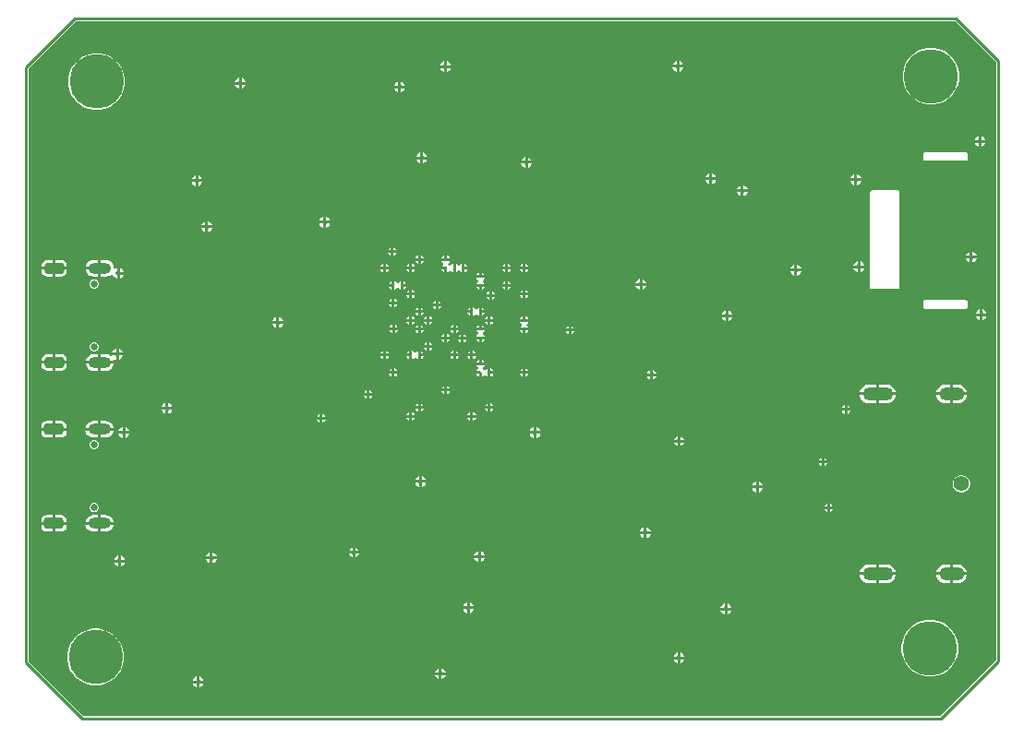
<source format=gbr>
%TF.GenerationSoftware,Altium Limited,Altium Designer,23.4.1 (23)*%
G04 Layer_Physical_Order=4*
G04 Layer_Color=16711680*
%FSLAX45Y45*%
%MOMM*%
%TF.SameCoordinates,C80D94D6-ACD9-4930-820E-424AA932BAC3*%
%TF.FilePolarity,Positive*%
%TF.FileFunction,Copper,L4,Bot,Signal*%
%TF.Part,Single*%
G01*
G75*
%TA.AperFunction,ComponentPad*%
%ADD48C,0.65000*%
%ADD49O,2.10000X1.00000*%
G04:AMPARAMS|DCode=50|XSize=1.8mm|YSize=1mm|CornerRadius=0.25mm|HoleSize=0mm|Usage=FLASHONLY|Rotation=0.000|XOffset=0mm|YOffset=0mm|HoleType=Round|Shape=RoundedRectangle|*
%AMROUNDEDRECTD50*
21,1,1.80000,0.50000,0,0,0.0*
21,1,1.30000,1.00000,0,0,0.0*
1,1,0.50000,0.65000,-0.25000*
1,1,0.50000,-0.65000,-0.25000*
1,1,0.50000,-0.65000,0.25000*
1,1,0.50000,0.65000,0.25000*
%
%ADD50ROUNDEDRECTD50*%
G04:AMPARAMS|DCode=51|XSize=1.2mm|YSize=2.8mm|CornerRadius=0.6mm|HoleSize=0mm|Usage=FLASHONLY|Rotation=90.000|XOffset=0mm|YOffset=0mm|HoleType=Round|Shape=RoundedRectangle|*
%AMROUNDEDRECTD51*
21,1,1.20000,1.60000,0,0,90.0*
21,1,0.00000,2.80000,0,0,90.0*
1,1,1.20000,0.80000,0.00000*
1,1,1.20000,0.80000,0.00000*
1,1,1.20000,-0.80000,0.00000*
1,1,1.20000,-0.80000,0.00000*
%
%ADD51ROUNDEDRECTD51*%
G04:AMPARAMS|DCode=52|XSize=1.2mm|YSize=2.3mm|CornerRadius=0.6mm|HoleSize=0mm|Usage=FLASHONLY|Rotation=90.000|XOffset=0mm|YOffset=0mm|HoleType=Round|Shape=RoundedRectangle|*
%AMROUNDEDRECTD52*
21,1,1.20000,1.10000,0,0,90.0*
21,1,0.00000,2.30000,0,0,90.0*
1,1,1.20000,0.55000,0.00000*
1,1,1.20000,0.55000,0.00000*
1,1,1.20000,-0.55000,0.00000*
1,1,1.20000,-0.55000,0.00000*
%
%ADD52ROUNDEDRECTD52*%
%ADD53C,1.40000*%
%TA.AperFunction,ViaPad*%
%ADD54C,0.50000*%
%ADD55C,0.30000*%
%ADD56C,0.40000*%
%ADD57C,5.00000*%
%TA.AperFunction,NonConductor*%
%ADD58C,0.25400*%
G36*
X17756854Y10670413D02*
Y5179587D01*
X17246133Y4668866D01*
X17245000Y4670000D01*
X9382731D01*
X8883145Y5169587D01*
Y10610413D01*
X9319587Y11046855D01*
X17380412D01*
X17756854Y10670413D01*
D02*
G37*
%LPC*%
G36*
X14852699Y10679292D02*
Y10642700D01*
X14889291D01*
X14882727Y10658549D01*
X14868549Y10672727D01*
X14852699Y10679292D01*
D02*
G37*
G36*
X14827299D02*
X14811452Y10672727D01*
X14797273Y10658549D01*
X14790707Y10642700D01*
X14827299D01*
Y10679292D01*
D02*
G37*
G36*
X12721100Y10676392D02*
Y10639800D01*
X12757692D01*
X12751127Y10655649D01*
X12736949Y10669827D01*
X12721100Y10676392D01*
D02*
G37*
G36*
X12695700D02*
X12679850Y10669827D01*
X12665673Y10655649D01*
X12659108Y10639800D01*
X12695700D01*
Y10676392D01*
D02*
G37*
G36*
X14889291Y10617300D02*
X14852699D01*
Y10580708D01*
X14868549Y10587273D01*
X14882727Y10601451D01*
X14889291Y10617300D01*
D02*
G37*
G36*
X14827299D02*
X14790707D01*
X14797273Y10601451D01*
X14811452Y10587273D01*
X14827299Y10580708D01*
Y10617300D01*
D02*
G37*
G36*
X12757692Y10614400D02*
X12721100D01*
Y10577808D01*
X12736949Y10584373D01*
X12751127Y10598551D01*
X12757692Y10614400D01*
D02*
G37*
G36*
X12695700D02*
X12659108D01*
X12665673Y10598551D01*
X12679850Y10584373D01*
X12695700Y10577808D01*
Y10614400D01*
D02*
G37*
G36*
X10840000Y10526392D02*
Y10489800D01*
X10876592D01*
X10870027Y10505649D01*
X10855849Y10519827D01*
X10840000Y10526392D01*
D02*
G37*
G36*
X10814600D02*
X10798750Y10519827D01*
X10784573Y10505649D01*
X10778008Y10489800D01*
X10814600D01*
Y10526392D01*
D02*
G37*
G36*
X12299269Y10489292D02*
Y10452700D01*
X12335861D01*
X12329295Y10468549D01*
X12315118Y10482727D01*
X12299269Y10489292D01*
D02*
G37*
G36*
X12273869D02*
X12258019Y10482727D01*
X12243842Y10468549D01*
X12237277Y10452700D01*
X12273869D01*
Y10489292D01*
D02*
G37*
G36*
X10876592Y10464400D02*
X10840000D01*
Y10427808D01*
X10855849Y10434373D01*
X10870027Y10448551D01*
X10876592Y10464400D01*
D02*
G37*
G36*
X10814600D02*
X10778008D01*
X10784573Y10448551D01*
X10798750Y10434373D01*
X10814600Y10427808D01*
Y10464400D01*
D02*
G37*
G36*
X12335861Y10427300D02*
X12299269D01*
Y10390708D01*
X12315118Y10397273D01*
X12329295Y10411451D01*
X12335861Y10427300D01*
D02*
G37*
G36*
X12273869D02*
X12237277D01*
X12243842Y10411451D01*
X12258019Y10397273D01*
X12273869Y10390708D01*
Y10427300D01*
D02*
G37*
G36*
X17185608Y10800000D02*
X17134392D01*
X17084161Y10790008D01*
X17036844Y10770409D01*
X16994260Y10741955D01*
X16958044Y10705740D01*
X16929591Y10663156D01*
X16909991Y10615839D01*
X16900000Y10565608D01*
Y10514392D01*
X16909991Y10464161D01*
X16929591Y10416844D01*
X16958044Y10374260D01*
X16994260Y10338045D01*
X17036844Y10309591D01*
X17084161Y10289992D01*
X17134392Y10280000D01*
X17185608D01*
X17235838Y10289992D01*
X17283156Y10309591D01*
X17325740Y10338045D01*
X17361955Y10374260D01*
X17390408Y10416844D01*
X17410008Y10464161D01*
X17420000Y10514392D01*
Y10565608D01*
X17410008Y10615839D01*
X17390408Y10663156D01*
X17361955Y10705740D01*
X17325740Y10741955D01*
X17283156Y10770409D01*
X17235838Y10790008D01*
X17185608Y10800000D01*
D02*
G37*
G36*
X9535608Y10750000D02*
X9484392D01*
X9434161Y10740008D01*
X9386844Y10720409D01*
X9344260Y10691955D01*
X9308045Y10655740D01*
X9279591Y10613156D01*
X9259992Y10565839D01*
X9250000Y10515608D01*
Y10464392D01*
X9259992Y10414161D01*
X9279591Y10366844D01*
X9308045Y10324260D01*
X9344260Y10288045D01*
X9386844Y10259591D01*
X9434161Y10239992D01*
X9484392Y10230000D01*
X9535608D01*
X9585839Y10239992D01*
X9633156Y10259591D01*
X9675740Y10288045D01*
X9711955Y10324260D01*
X9740409Y10366844D01*
X9760008Y10414161D01*
X9770000Y10464392D01*
Y10515608D01*
X9760008Y10565839D01*
X9740409Y10613156D01*
X9711955Y10655740D01*
X9675740Y10691955D01*
X9633156Y10720409D01*
X9585839Y10740008D01*
X9535608Y10750000D01*
D02*
G37*
G36*
X17622701Y9989292D02*
Y9952700D01*
X17659293D01*
X17652727Y9968549D01*
X17638548Y9982727D01*
X17622701Y9989292D01*
D02*
G37*
G36*
X17597301D02*
X17581451Y9982727D01*
X17567273Y9968549D01*
X17560709Y9952700D01*
X17597301D01*
Y9989292D01*
D02*
G37*
G36*
X17659293Y9927300D02*
X17622701D01*
Y9890708D01*
X17638548Y9897273D01*
X17652727Y9911451D01*
X17659293Y9927300D01*
D02*
G37*
G36*
X17597301D02*
X17560709D01*
X17567273Y9911451D01*
X17581451Y9897273D01*
X17597301Y9890708D01*
Y9927300D01*
D02*
G37*
G36*
X12502700Y9839292D02*
Y9802700D01*
X12539292D01*
X12532727Y9818549D01*
X12518549Y9832727D01*
X12502700Y9839292D01*
D02*
G37*
G36*
X12477300D02*
X12461451Y9832727D01*
X12447273Y9818549D01*
X12440708Y9802700D01*
X12477300D01*
Y9839292D01*
D02*
G37*
G36*
X17482500Y9845824D02*
X17102499D01*
X17094846Y9842654D01*
X17091676Y9835000D01*
Y9775000D01*
X17094846Y9767346D01*
X17102499Y9764176D01*
X17482500D01*
X17490154Y9767346D01*
X17493324Y9775000D01*
Y9835000D01*
X17490154Y9842654D01*
X17482500Y9845824D01*
D02*
G37*
G36*
X13462700Y9799292D02*
Y9762700D01*
X13499292D01*
X13492728Y9778549D01*
X13478549Y9792727D01*
X13462700Y9799292D01*
D02*
G37*
G36*
X13437300D02*
X13421451Y9792727D01*
X13407272Y9778549D01*
X13400708Y9762700D01*
X13437300D01*
Y9799292D01*
D02*
G37*
G36*
X12539292Y9777300D02*
X12502700D01*
Y9740708D01*
X12518549Y9747273D01*
X12532727Y9761451D01*
X12539292Y9777300D01*
D02*
G37*
G36*
X12477300D02*
X12440708D01*
X12447273Y9761451D01*
X12461451Y9747273D01*
X12477300Y9740708D01*
Y9777300D01*
D02*
G37*
G36*
X13499292Y9737300D02*
X13462700D01*
Y9700708D01*
X13478549Y9707273D01*
X13492728Y9721451D01*
X13499292Y9737300D01*
D02*
G37*
G36*
X13437300D02*
X13400708D01*
X13407272Y9721451D01*
X13421451Y9707273D01*
X13437300Y9700708D01*
Y9737300D01*
D02*
G37*
G36*
X15152699Y9649292D02*
Y9612700D01*
X15189291D01*
X15182727Y9628549D01*
X15168549Y9642727D01*
X15152699Y9649292D01*
D02*
G37*
G36*
X15127299D02*
X15111452Y9642727D01*
X15097273Y9628549D01*
X15090707Y9612700D01*
X15127299D01*
Y9649292D01*
D02*
G37*
G36*
X16482700Y9639292D02*
Y9602700D01*
X16519292D01*
X16512727Y9618549D01*
X16498549Y9632727D01*
X16482700Y9639292D01*
D02*
G37*
G36*
X16457300D02*
X16441451Y9632727D01*
X16427274Y9618549D01*
X16420708Y9602700D01*
X16457300D01*
Y9639292D01*
D02*
G37*
G36*
X10442700Y9629292D02*
Y9592700D01*
X10479292D01*
X10472727Y9608549D01*
X10458549Y9622727D01*
X10442700Y9629292D01*
D02*
G37*
G36*
X10417300D02*
X10401451Y9622727D01*
X10387273Y9608549D01*
X10380708Y9592700D01*
X10417300D01*
Y9629292D01*
D02*
G37*
G36*
X15189291Y9587300D02*
X15152699D01*
Y9550708D01*
X15168549Y9557273D01*
X15182727Y9571451D01*
X15189291Y9587300D01*
D02*
G37*
G36*
X15127299D02*
X15090707D01*
X15097273Y9571451D01*
X15111452Y9557273D01*
X15127299Y9550708D01*
Y9587300D01*
D02*
G37*
G36*
X16519292Y9577300D02*
X16482700D01*
Y9540708D01*
X16498549Y9547273D01*
X16512727Y9561451D01*
X16519292Y9577300D01*
D02*
G37*
G36*
X16457300D02*
X16420708D01*
X16427274Y9561451D01*
X16441451Y9547273D01*
X16457300Y9540708D01*
Y9577300D01*
D02*
G37*
G36*
X10479292Y9567300D02*
X10442700D01*
Y9530708D01*
X10458549Y9537273D01*
X10472727Y9551451D01*
X10479292Y9567300D01*
D02*
G37*
G36*
X10417300D02*
X10380708D01*
X10387273Y9551451D01*
X10401451Y9537273D01*
X10417300Y9530708D01*
Y9567300D01*
D02*
G37*
G36*
X15442700Y9539292D02*
Y9502700D01*
X15479292D01*
X15472726Y9518549D01*
X15458549Y9532727D01*
X15442700Y9539292D01*
D02*
G37*
G36*
X15417300D02*
X15401451Y9532727D01*
X15387273Y9518549D01*
X15380708Y9502700D01*
X15417300D01*
Y9539292D01*
D02*
G37*
G36*
X15479292Y9477300D02*
X15442700D01*
Y9440708D01*
X15458549Y9447273D01*
X15472726Y9461451D01*
X15479292Y9477300D01*
D02*
G37*
G36*
X15417300D02*
X15380708D01*
X15387273Y9461451D01*
X15401451Y9447273D01*
X15417300Y9440708D01*
Y9477300D01*
D02*
G37*
G36*
X11612700Y9249292D02*
Y9212700D01*
X11649292D01*
X11642727Y9228549D01*
X11628549Y9242727D01*
X11612700Y9249292D01*
D02*
G37*
G36*
X11587300D02*
X11571451Y9242727D01*
X11557273Y9228549D01*
X11550708Y9212700D01*
X11587300D01*
Y9249292D01*
D02*
G37*
G36*
X10532700Y9209292D02*
Y9172700D01*
X10569292D01*
X10562727Y9188549D01*
X10548549Y9202727D01*
X10532700Y9209292D01*
D02*
G37*
G36*
X10507300D02*
X10491451Y9202727D01*
X10477273Y9188549D01*
X10470708Y9172700D01*
X10507300D01*
Y9209292D01*
D02*
G37*
G36*
X11649292Y9187300D02*
X11612700D01*
Y9150708D01*
X11628549Y9157273D01*
X11642727Y9171451D01*
X11649292Y9187300D01*
D02*
G37*
G36*
X11587300D02*
X11550708D01*
X11557273Y9171451D01*
X11571451Y9157273D01*
X11587300Y9150708D01*
Y9187300D01*
D02*
G37*
G36*
X10569292Y9147300D02*
X10532700D01*
Y9110708D01*
X10548549Y9117273D01*
X10562727Y9131451D01*
X10569292Y9147300D01*
D02*
G37*
G36*
X10507300D02*
X10470708D01*
X10477273Y9131451D01*
X10491451Y9117273D01*
X10507300Y9110708D01*
Y9147300D01*
D02*
G37*
G36*
X12232700Y8968468D02*
Y8942700D01*
X12258468D01*
X12254249Y8952885D01*
X12242885Y8964249D01*
X12232700Y8968468D01*
D02*
G37*
G36*
X12207300D02*
X12197115Y8964249D01*
X12185751Y8952885D01*
X12181532Y8942700D01*
X12207300D01*
Y8968468D01*
D02*
G37*
G36*
X17542700Y8929292D02*
Y8892700D01*
X17579292D01*
X17572726Y8908549D01*
X17558549Y8922727D01*
X17542700Y8929292D01*
D02*
G37*
G36*
X17517300D02*
X17501451Y8922727D01*
X17487273Y8908549D01*
X17480708Y8892700D01*
X17517300D01*
Y8929292D01*
D02*
G37*
G36*
X12258468Y8917300D02*
X12232700D01*
Y8891532D01*
X12242885Y8895751D01*
X12254249Y8907115D01*
X12258468Y8917300D01*
D02*
G37*
G36*
X12207300D02*
X12181532D01*
X12185751Y8907115D01*
X12197115Y8895751D01*
X12207300Y8891532D01*
Y8917300D01*
D02*
G37*
G36*
X12722700Y8898468D02*
Y8872700D01*
X12748468D01*
X12744249Y8882885D01*
X12732885Y8894249D01*
X12722700Y8898468D01*
D02*
G37*
G36*
X12697300D02*
X12687115Y8894249D01*
X12675751Y8882885D01*
X12671532Y8872700D01*
X12697300D01*
Y8898468D01*
D02*
G37*
G36*
X12482700D02*
Y8872700D01*
X12508468D01*
X12504249Y8882885D01*
X12492885Y8894249D01*
X12482700Y8898468D01*
D02*
G37*
G36*
X12457300D02*
X12447115Y8894249D01*
X12435751Y8882885D01*
X12431532Y8872700D01*
X12457300D01*
Y8898468D01*
D02*
G37*
G36*
X17579292Y8867300D02*
X17542700D01*
Y8830708D01*
X17558549Y8837273D01*
X17572726Y8851451D01*
X17579292Y8867300D01*
D02*
G37*
G36*
X17517300D02*
X17480708D01*
X17487273Y8851451D01*
X17501451Y8837273D01*
X17517300Y8830708D01*
Y8867300D01*
D02*
G37*
G36*
X12508468Y8847300D02*
X12482700D01*
Y8821532D01*
X12492885Y8825751D01*
X12504249Y8837115D01*
X12508468Y8847300D01*
D02*
G37*
G36*
X12457300D02*
X12431532D01*
X12435751Y8837115D01*
X12447115Y8825751D01*
X12457300Y8821532D01*
Y8847300D01*
D02*
G37*
G36*
X12857300Y8818468D02*
X12847115Y8814249D01*
X12837338Y8804472D01*
X12830000Y8803582D01*
X12822662Y8804472D01*
X12812885Y8814249D01*
X12802699Y8818468D01*
Y8780000D01*
Y8741532D01*
X12812885Y8745751D01*
X12822662Y8755528D01*
X12830000Y8756418D01*
X12837338Y8755528D01*
X12847115Y8745751D01*
X12857300Y8741532D01*
Y8780000D01*
Y8818468D01*
D02*
G37*
G36*
X16512700Y8839292D02*
Y8802700D01*
X16549292D01*
X16542728Y8818549D01*
X16528549Y8832727D01*
X16512700Y8839292D01*
D02*
G37*
G36*
X16487300D02*
X16471451Y8832727D01*
X16457272Y8818549D01*
X16450708Y8802700D01*
X16487300D01*
Y8839292D01*
D02*
G37*
G36*
X13442700Y8818468D02*
Y8792700D01*
X13468468D01*
X13464249Y8802885D01*
X13452885Y8814249D01*
X13442700Y8818468D01*
D02*
G37*
G36*
X13417300D02*
X13407115Y8814249D01*
X13395750Y8802885D01*
X13391531Y8792700D01*
X13417300D01*
Y8818468D01*
D02*
G37*
G36*
X13282700D02*
Y8792700D01*
X13308469D01*
X13304250Y8802885D01*
X13292885Y8814249D01*
X13282700Y8818468D01*
D02*
G37*
G36*
X13257300D02*
X13247115Y8814249D01*
X13235751Y8802885D01*
X13231532Y8792700D01*
X13257300D01*
Y8818468D01*
D02*
G37*
G36*
X12882700D02*
Y8792700D01*
X12908469D01*
X12904250Y8802885D01*
X12892885Y8814249D01*
X12882700Y8818468D01*
D02*
G37*
G36*
X12402700D02*
Y8792700D01*
X12428468D01*
X12424249Y8802885D01*
X12412885Y8814249D01*
X12402700Y8818468D01*
D02*
G37*
G36*
X12377300D02*
X12367115Y8814249D01*
X12355751Y8802885D01*
X12351532Y8792700D01*
X12377300D01*
Y8818468D01*
D02*
G37*
G36*
X12162700D02*
Y8792700D01*
X12188468D01*
X12184249Y8802885D01*
X12172885Y8814249D01*
X12162700Y8818468D01*
D02*
G37*
G36*
X12137300D02*
X12127115Y8814249D01*
X12115751Y8802885D01*
X12111532Y8792700D01*
X12137300D01*
Y8818468D01*
D02*
G37*
G36*
X9525300Y8853051D02*
X9483000D01*
X9463316Y8850459D01*
X9444975Y8842862D01*
X9429224Y8830776D01*
X9417138Y8815025D01*
X9409540Y8796683D01*
X9408621Y8789700D01*
X9525300D01*
Y8853051D01*
D02*
G37*
G36*
X9185000Y8853387D02*
X9132700D01*
Y8789700D01*
X9236387D01*
Y8802000D01*
X9232476Y8821665D01*
X9221336Y8838336D01*
X9204665Y8849476D01*
X9185000Y8853387D01*
D02*
G37*
G36*
X9107300D02*
X9055000D01*
X9035335Y8849476D01*
X9018664Y8838336D01*
X9007525Y8821665D01*
X9003613Y8802000D01*
Y8789700D01*
X9107300D01*
Y8853387D01*
D02*
G37*
G36*
X15932700Y8809292D02*
Y8772700D01*
X15969292D01*
X15962727Y8788549D01*
X15948549Y8802727D01*
X15932700Y8809292D01*
D02*
G37*
G36*
X15907300D02*
X15891451Y8802727D01*
X15877274Y8788549D01*
X15870708Y8772700D01*
X15907300D01*
Y8809292D01*
D02*
G37*
G36*
X9722700Y8779292D02*
Y8742700D01*
X9759292D01*
X9752727Y8758549D01*
X9738549Y8772727D01*
X9722700Y8779292D01*
D02*
G37*
G36*
X13468468Y8767300D02*
X13442700D01*
Y8741532D01*
X13452885Y8745751D01*
X13464249Y8757115D01*
X13468468Y8767300D01*
D02*
G37*
G36*
X13417300D02*
X13391531D01*
X13395750Y8757115D01*
X13407115Y8745751D01*
X13417300Y8741532D01*
Y8767300D01*
D02*
G37*
G36*
X13308469D02*
X13282700D01*
Y8741532D01*
X13292885Y8745751D01*
X13304250Y8757115D01*
X13308469Y8767300D01*
D02*
G37*
G36*
X13257300D02*
X13231532D01*
X13235751Y8757115D01*
X13247115Y8745751D01*
X13257300Y8741532D01*
Y8767300D01*
D02*
G37*
G36*
X12908469D02*
X12882700D01*
Y8741532D01*
X12892885Y8745751D01*
X12904250Y8757115D01*
X12908469Y8767300D01*
D02*
G37*
G36*
X12748468Y8847300D02*
X12671532D01*
X12675751Y8837115D01*
X12685528Y8827338D01*
X12686418Y8820000D01*
X12685528Y8812662D01*
X12675751Y8802885D01*
X12671532Y8792700D01*
X12710000D01*
Y8780000D01*
X12722700D01*
Y8741532D01*
X12732885Y8745751D01*
X12742662Y8755528D01*
X12750000Y8756418D01*
X12757338Y8755528D01*
X12767115Y8745751D01*
X12777300Y8741532D01*
Y8780000D01*
Y8818468D01*
X12767115Y8814249D01*
X12757338Y8804472D01*
X12750000Y8803582D01*
X12742662Y8804472D01*
X12734472Y8812662D01*
X12733582Y8820000D01*
X12734472Y8827338D01*
X12744249Y8837115D01*
X12748468Y8847300D01*
D02*
G37*
G36*
X12697300Y8767300D02*
X12671532D01*
X12675751Y8757115D01*
X12687115Y8745751D01*
X12697300Y8741532D01*
Y8767300D01*
D02*
G37*
G36*
X12428468D02*
X12402700D01*
Y8741532D01*
X12412885Y8745751D01*
X12424249Y8757115D01*
X12428468Y8767300D01*
D02*
G37*
G36*
X12377300D02*
X12351532D01*
X12355751Y8757115D01*
X12367115Y8745751D01*
X12377300Y8741532D01*
Y8767300D01*
D02*
G37*
G36*
X12188468D02*
X12162700D01*
Y8741532D01*
X12172885Y8745751D01*
X12184249Y8757115D01*
X12188468Y8767300D01*
D02*
G37*
G36*
X12137300D02*
X12111532D01*
X12115751Y8757115D01*
X12127115Y8745751D01*
X12137300Y8741532D01*
Y8767300D01*
D02*
G37*
G36*
X16549292Y8777300D02*
X16512700D01*
Y8740708D01*
X16528549Y8747273D01*
X16542728Y8761451D01*
X16549292Y8777300D01*
D02*
G37*
G36*
X16487300D02*
X16450708D01*
X16457272Y8761451D01*
X16471451Y8747273D01*
X16487300Y8740708D01*
Y8777300D01*
D02*
G37*
G36*
X13042700Y8738468D02*
Y8712700D01*
X13068468D01*
X13064249Y8722885D01*
X13052885Y8734249D01*
X13042700Y8738468D01*
D02*
G37*
G36*
X13017300D02*
X13007115Y8734249D01*
X12995750Y8722885D01*
X12991531Y8712700D01*
X13017300D01*
Y8738468D01*
D02*
G37*
G36*
X15969292Y8747300D02*
X15932700D01*
Y8710708D01*
X15948549Y8717273D01*
X15962727Y8731451D01*
X15969292Y8747300D01*
D02*
G37*
G36*
X15907300D02*
X15870708D01*
X15877274Y8731451D01*
X15891451Y8717273D01*
X15907300Y8710708D01*
Y8747300D01*
D02*
G37*
G36*
X9525300Y8764300D02*
X9408621D01*
X9409540Y8757316D01*
X9417138Y8738975D01*
X9429224Y8723224D01*
X9444975Y8711138D01*
X9463316Y8703541D01*
X9483000Y8700949D01*
X9525300D01*
Y8764300D01*
D02*
G37*
G36*
X9236387D02*
X9132700D01*
Y8700613D01*
X9185000D01*
X9204665Y8704524D01*
X9221336Y8715664D01*
X9232476Y8732335D01*
X9236387Y8752000D01*
Y8764300D01*
D02*
G37*
G36*
X9107300D02*
X9003613D01*
Y8752000D01*
X9007525Y8732335D01*
X9018664Y8715664D01*
X9035335Y8704524D01*
X9055000Y8700613D01*
X9107300D01*
Y8764300D01*
D02*
G37*
G36*
X9759292Y8717300D02*
X9722700D01*
Y8680708D01*
X9738549Y8687273D01*
X9752727Y8701451D01*
X9759292Y8717300D01*
D02*
G37*
G36*
X9593000Y8853051D02*
X9550700D01*
Y8777000D01*
Y8700949D01*
X9593000D01*
X9612684Y8703541D01*
X9631025Y8711138D01*
X9646776Y8723224D01*
X9646900Y8723385D01*
X9656790Y8720729D01*
X9659842Y8719390D01*
X9667273Y8701451D01*
X9681451Y8687273D01*
X9697300Y8680708D01*
Y8730000D01*
Y8779292D01*
X9681451Y8772727D01*
X9681275Y8772551D01*
X9672245Y8775838D01*
X9668901Y8778138D01*
X9666459Y8796683D01*
X9658862Y8815025D01*
X9646776Y8830776D01*
X9631025Y8842862D01*
X9612684Y8850459D01*
X9593000Y8853051D01*
D02*
G37*
G36*
X12297300Y8658468D02*
X12287115Y8654249D01*
X12277338Y8644472D01*
X12270000Y8643582D01*
X12262662Y8644472D01*
X12252885Y8654249D01*
X12242700Y8658468D01*
Y8620000D01*
Y8581532D01*
X12252885Y8585751D01*
X12262662Y8595528D01*
X12270000Y8596418D01*
X12277338Y8595528D01*
X12287115Y8585751D01*
X12297300Y8581532D01*
Y8620000D01*
Y8658468D01*
D02*
G37*
G36*
X14512700Y8679292D02*
Y8642700D01*
X14549292D01*
X14542728Y8658549D01*
X14528549Y8672727D01*
X14512700Y8679292D01*
D02*
G37*
G36*
X14487300D02*
X14471451Y8672727D01*
X14457272Y8658549D01*
X14450708Y8642700D01*
X14487300D01*
Y8679292D01*
D02*
G37*
G36*
X13282700Y8658468D02*
Y8632700D01*
X13308469D01*
X13304250Y8642885D01*
X13292885Y8654249D01*
X13282700Y8658468D01*
D02*
G37*
G36*
X13257300D02*
X13247115Y8654249D01*
X13235751Y8642885D01*
X13231532Y8632700D01*
X13257300D01*
Y8658468D01*
D02*
G37*
G36*
X13068468Y8687300D02*
X12991531D01*
X12995750Y8677115D01*
X13005528Y8667338D01*
X13006418Y8660000D01*
X13005528Y8652662D01*
X12995750Y8642885D01*
X12991531Y8632700D01*
X13068468D01*
X13064249Y8642885D01*
X13054472Y8652662D01*
X13053581Y8660000D01*
X13054472Y8667338D01*
X13064249Y8677115D01*
X13068468Y8687300D01*
D02*
G37*
G36*
X12322700Y8658468D02*
Y8632700D01*
X12348468D01*
X12344249Y8642885D01*
X12332885Y8654249D01*
X12322700Y8658468D01*
D02*
G37*
G36*
X12217300D02*
X12207115Y8654249D01*
X12195751Y8642885D01*
X12191532Y8632700D01*
X12217300D01*
Y8658468D01*
D02*
G37*
G36*
X9496454Y8676500D02*
X9479546D01*
X9463926Y8670030D01*
X9451970Y8658074D01*
X9445500Y8642454D01*
Y8625546D01*
X9451970Y8609926D01*
X9463926Y8597970D01*
X9479546Y8591500D01*
X9496454D01*
X9512074Y8597970D01*
X9524030Y8609926D01*
X9530500Y8625546D01*
Y8642454D01*
X9524030Y8658074D01*
X9512074Y8670030D01*
X9496454Y8676500D01*
D02*
G37*
G36*
X16862495Y9490819D02*
X16612495D01*
X16604842Y9487649D01*
X16601671Y9479995D01*
Y8599995D01*
X16604842Y8592341D01*
X16612495Y8589171D01*
X16862495D01*
X16870149Y8592341D01*
X16873318Y8599995D01*
Y9479995D01*
X16870149Y9487649D01*
X16862495Y9490819D01*
D02*
G37*
G36*
X13308469Y8607300D02*
X13282700D01*
Y8581532D01*
X13292885Y8585751D01*
X13304250Y8597115D01*
X13308469Y8607300D01*
D02*
G37*
G36*
X13257300D02*
X13231532D01*
X13235751Y8597115D01*
X13247115Y8585751D01*
X13257300Y8581532D01*
Y8607300D01*
D02*
G37*
G36*
X13068468D02*
X13042700D01*
Y8581532D01*
X13052885Y8585751D01*
X13064249Y8597115D01*
X13068468Y8607300D01*
D02*
G37*
G36*
X13017300D02*
X12991531D01*
X12995750Y8597115D01*
X13007115Y8585751D01*
X13017300Y8581532D01*
Y8607300D01*
D02*
G37*
G36*
X12348468D02*
X12322700D01*
Y8581532D01*
X12332885Y8585751D01*
X12344249Y8597115D01*
X12348468Y8607300D01*
D02*
G37*
G36*
X12217300D02*
X12191532D01*
X12195751Y8597115D01*
X12207115Y8585751D01*
X12217300Y8581532D01*
Y8607300D01*
D02*
G37*
G36*
X14549292Y8617300D02*
X14512700D01*
Y8580708D01*
X14528549Y8587273D01*
X14542728Y8601451D01*
X14549292Y8617300D01*
D02*
G37*
G36*
X14487300D02*
X14450708D01*
X14457272Y8601451D01*
X14471451Y8587273D01*
X14487300Y8580708D01*
Y8617300D01*
D02*
G37*
G36*
X13442700Y8578468D02*
Y8552700D01*
X13468468D01*
X13464249Y8562885D01*
X13452885Y8574249D01*
X13442700Y8578468D01*
D02*
G37*
G36*
X13417300D02*
X13407115Y8574249D01*
X13395750Y8562885D01*
X13391531Y8552700D01*
X13417300D01*
Y8578468D01*
D02*
G37*
G36*
X12402700D02*
Y8552700D01*
X12428468D01*
X12424249Y8562885D01*
X12412885Y8574249D01*
X12402700Y8578468D01*
D02*
G37*
G36*
X12377300D02*
X12367115Y8574249D01*
X12355751Y8562885D01*
X12351532Y8552700D01*
X12377300D01*
Y8578468D01*
D02*
G37*
G36*
X13133965Y8567203D02*
Y8541435D01*
X13159734D01*
X13155515Y8551619D01*
X13144148Y8562984D01*
X13133965Y8567203D01*
D02*
G37*
G36*
X13108565D02*
X13098380Y8562984D01*
X13087015Y8551619D01*
X13082797Y8541435D01*
X13108565D01*
Y8567203D01*
D02*
G37*
G36*
X13468468Y8527300D02*
X13442700D01*
Y8501532D01*
X13452885Y8505751D01*
X13464249Y8517115D01*
X13468468Y8527300D01*
D02*
G37*
G36*
X13417300D02*
X13391531D01*
X13395750Y8517115D01*
X13407115Y8505751D01*
X13417300Y8501532D01*
Y8527300D01*
D02*
G37*
G36*
X12428468D02*
X12402700D01*
Y8501532D01*
X12412885Y8505751D01*
X12424249Y8517115D01*
X12428468Y8527300D01*
D02*
G37*
G36*
X12377300D02*
X12351532D01*
X12355751Y8517115D01*
X12367115Y8505751D01*
X12377300Y8501532D01*
Y8527300D01*
D02*
G37*
G36*
X13159734Y8516035D02*
X13133965D01*
Y8490267D01*
X13144148Y8494485D01*
X13155515Y8505850D01*
X13159734Y8516035D01*
D02*
G37*
G36*
X13108565D02*
X13082797D01*
X13087015Y8505850D01*
X13098380Y8494485D01*
X13108565Y8490267D01*
Y8516035D01*
D02*
G37*
G36*
X12242700Y8498468D02*
Y8472700D01*
X12268468D01*
X12264249Y8482885D01*
X12252885Y8494249D01*
X12242700Y8498468D01*
D02*
G37*
G36*
X12217300D02*
X12207115Y8494249D01*
X12195751Y8482885D01*
X12191532Y8472700D01*
X12217300D01*
Y8498468D01*
D02*
G37*
G36*
X12641459Y8477179D02*
Y8451411D01*
X12667227D01*
X12663008Y8461595D01*
X12651643Y8472960D01*
X12641459Y8477179D01*
D02*
G37*
G36*
X12616059D02*
X12605874Y8472960D01*
X12594509Y8461595D01*
X12590291Y8451411D01*
X12616059D01*
Y8477179D01*
D02*
G37*
G36*
X12268468Y8447300D02*
X12242700D01*
Y8421532D01*
X12252885Y8425751D01*
X12264249Y8437115D01*
X12268468Y8447300D01*
D02*
G37*
G36*
X12217300D02*
X12191532D01*
X12195751Y8437115D01*
X12207115Y8425751D01*
X12217300Y8421532D01*
Y8447300D01*
D02*
G37*
G36*
X17482510Y8485814D02*
X17102510D01*
X17094856Y8482644D01*
X17091685Y8474990D01*
Y8414990D01*
X17094856Y8407336D01*
X17102510Y8404166D01*
X17482510D01*
X17490164Y8407336D01*
X17493333Y8414990D01*
Y8474990D01*
X17490164Y8482644D01*
X17482510Y8485814D01*
D02*
G37*
G36*
X13017300Y8418468D02*
X13007115Y8414249D01*
X12997337Y8404472D01*
X12989999Y8403582D01*
X12982661Y8404472D01*
X12972885Y8414249D01*
X12962700Y8418468D01*
Y8380000D01*
Y8341532D01*
X12972885Y8345751D01*
X12982661Y8355528D01*
X12989999Y8356418D01*
X12997337Y8355528D01*
X13007115Y8345751D01*
X13017300Y8341532D01*
Y8380000D01*
Y8418468D01*
D02*
G37*
G36*
X12667227Y8426011D02*
X12641459D01*
Y8400243D01*
X12651643Y8404461D01*
X12663008Y8415826D01*
X12667227Y8426011D01*
D02*
G37*
G36*
X12616059D02*
X12590291D01*
X12594509Y8415826D01*
X12605874Y8404461D01*
X12616059Y8400243D01*
Y8426011D01*
D02*
G37*
G36*
X13042700Y8418468D02*
Y8392700D01*
X13068468D01*
X13064249Y8402885D01*
X13052885Y8414249D01*
X13042700Y8418468D01*
D02*
G37*
G36*
X12937300D02*
X12927115Y8414249D01*
X12915752Y8402885D01*
X12911533Y8392700D01*
X12937300D01*
Y8418468D01*
D02*
G37*
G36*
X12482700D02*
Y8392700D01*
X12508468D01*
X12504249Y8402885D01*
X12492885Y8414249D01*
X12482700Y8418468D01*
D02*
G37*
G36*
X12457300D02*
X12447115Y8414249D01*
X12435751Y8402885D01*
X12431532Y8392700D01*
X12457300D01*
Y8418468D01*
D02*
G37*
G36*
X17632700Y8399292D02*
Y8362700D01*
X17669292D01*
X17662727Y8378549D01*
X17648549Y8392727D01*
X17632700Y8399292D01*
D02*
G37*
G36*
X17607300D02*
X17591451Y8392727D01*
X17577274Y8378549D01*
X17570708Y8362700D01*
X17607300D01*
Y8399292D01*
D02*
G37*
G36*
X15302699Y8389292D02*
Y8352700D01*
X15339291D01*
X15332727Y8368549D01*
X15318549Y8382727D01*
X15302699Y8389292D01*
D02*
G37*
G36*
X15277299D02*
X15261452Y8382727D01*
X15247273Y8368549D01*
X15240707Y8352700D01*
X15277299D01*
Y8389292D01*
D02*
G37*
G36*
X13068468Y8367300D02*
X13042700D01*
Y8341532D01*
X13052885Y8345751D01*
X13064249Y8357115D01*
X13068468Y8367300D01*
D02*
G37*
G36*
X12937300D02*
X12911533D01*
X12915752Y8357115D01*
X12927115Y8345751D01*
X12937300Y8341532D01*
Y8367300D01*
D02*
G37*
G36*
X12508468D02*
X12482700D01*
Y8341532D01*
X12492885Y8345751D01*
X12504249Y8357115D01*
X12508468Y8367300D01*
D02*
G37*
G36*
X12457300D02*
X12431532D01*
X12435751Y8357115D01*
X12447115Y8345751D01*
X12457300Y8341532D01*
Y8367300D01*
D02*
G37*
G36*
X13442700Y8338468D02*
Y8312700D01*
X13468468D01*
X13464249Y8322885D01*
X13452885Y8334249D01*
X13442700Y8338468D01*
D02*
G37*
G36*
X13417300D02*
X13407115Y8334249D01*
X13395750Y8322885D01*
X13391531Y8312700D01*
X13417300D01*
Y8338468D01*
D02*
G37*
G36*
X13122701D02*
Y8312700D01*
X13148468D01*
X13144249Y8322885D01*
X13132886Y8334249D01*
X13122701Y8338468D01*
D02*
G37*
G36*
X13097301D02*
X13087115Y8334249D01*
X13075751Y8322885D01*
X13071532Y8312700D01*
X13097301D01*
Y8338468D01*
D02*
G37*
G36*
X12562700D02*
Y8312700D01*
X12588468D01*
X12584249Y8322885D01*
X12572885Y8334249D01*
X12562700Y8338468D01*
D02*
G37*
G36*
X12537300D02*
X12527115Y8334249D01*
X12515751Y8322885D01*
X12511532Y8312700D01*
X12537300D01*
Y8338468D01*
D02*
G37*
G36*
X12402700D02*
Y8312700D01*
X12428468D01*
X12424249Y8322885D01*
X12412885Y8334249D01*
X12402700Y8338468D01*
D02*
G37*
G36*
X12377300D02*
X12367115Y8334249D01*
X12355751Y8322885D01*
X12351532Y8312700D01*
X12377300D01*
Y8338468D01*
D02*
G37*
G36*
X17669292Y8337300D02*
X17632700D01*
Y8300708D01*
X17648549Y8307273D01*
X17662727Y8321451D01*
X17669292Y8337300D01*
D02*
G37*
G36*
X17607300D02*
X17570708D01*
X17577274Y8321451D01*
X17591451Y8307273D01*
X17607300Y8300708D01*
Y8337300D01*
D02*
G37*
G36*
X11182700Y8329292D02*
Y8292700D01*
X11219292D01*
X11212727Y8308549D01*
X11198549Y8322727D01*
X11182700Y8329292D01*
D02*
G37*
G36*
X11157300D02*
X11141451Y8322727D01*
X11127273Y8308549D01*
X11120708Y8292700D01*
X11157300D01*
Y8329292D01*
D02*
G37*
G36*
X15339291Y8327300D02*
X15302699D01*
Y8290708D01*
X15318549Y8297273D01*
X15332727Y8311451D01*
X15339291Y8327300D01*
D02*
G37*
G36*
X15277299D02*
X15240707D01*
X15247273Y8311451D01*
X15261452Y8297273D01*
X15277299Y8290708D01*
Y8327300D01*
D02*
G37*
G36*
X13148468Y8287300D02*
X13122701D01*
Y8261532D01*
X13132886Y8265751D01*
X13144249Y8277115D01*
X13148468Y8287300D01*
D02*
G37*
G36*
X13097301D02*
X13071532D01*
X13075751Y8277115D01*
X13087115Y8265751D01*
X13097301Y8261532D01*
Y8287300D01*
D02*
G37*
G36*
X12588468D02*
X12562700D01*
Y8261532D01*
X12572885Y8265751D01*
X12584249Y8277115D01*
X12588468Y8287300D01*
D02*
G37*
G36*
X12537300D02*
X12511532D01*
X12515751Y8277115D01*
X12527115Y8265751D01*
X12537300Y8261532D01*
Y8287300D01*
D02*
G37*
G36*
X12428468D02*
X12402700D01*
Y8261532D01*
X12412885Y8265751D01*
X12424249Y8277115D01*
X12428468Y8287300D01*
D02*
G37*
G36*
X12377300D02*
X12351532D01*
X12355751Y8277115D01*
X12367115Y8265751D01*
X12377300Y8261532D01*
Y8287300D01*
D02*
G37*
G36*
X12244358Y8260126D02*
Y8234358D01*
X12270126D01*
X12265907Y8244543D01*
X12254543Y8255907D01*
X12244358Y8260126D01*
D02*
G37*
G36*
X12218958D02*
X12208773Y8255907D01*
X12197409Y8244543D01*
X12193190Y8234358D01*
X12218958D01*
Y8260126D01*
D02*
G37*
G36*
X13468468Y8287300D02*
X13391531D01*
X13395750Y8277115D01*
X13405528Y8267338D01*
X13406418Y8260000D01*
X13405528Y8252662D01*
X13395750Y8242885D01*
X13391531Y8232700D01*
X13468468D01*
X13464249Y8242885D01*
X13454472Y8252662D01*
X13453581Y8260000D01*
X13454472Y8267338D01*
X13464249Y8277115D01*
X13468468Y8287300D01*
D02*
G37*
G36*
X13042700Y8258468D02*
Y8232700D01*
X13068468D01*
X13064249Y8242885D01*
X13052885Y8254249D01*
X13042700Y8258468D01*
D02*
G37*
G36*
X13017300D02*
X13007115Y8254249D01*
X12995750Y8242885D01*
X12991531Y8232700D01*
X13017300D01*
Y8258468D01*
D02*
G37*
G36*
X12802699D02*
Y8232700D01*
X12828468D01*
X12824249Y8242885D01*
X12812885Y8254249D01*
X12802699Y8258468D01*
D02*
G37*
G36*
X12777300D02*
X12767115Y8254249D01*
X12755751Y8242885D01*
X12751532Y8232700D01*
X12777300D01*
Y8258468D01*
D02*
G37*
G36*
X12482700D02*
Y8232700D01*
X12508468D01*
X12504249Y8242885D01*
X12492885Y8254249D01*
X12482700Y8258468D01*
D02*
G37*
G36*
X12457300D02*
X12447115Y8254249D01*
X12435751Y8242885D01*
X12431532Y8232700D01*
X12457300D01*
Y8258468D01*
D02*
G37*
G36*
X11219292Y8267300D02*
X11182700D01*
Y8230708D01*
X11198549Y8237273D01*
X11212727Y8251451D01*
X11219292Y8267300D01*
D02*
G37*
G36*
X11157300D02*
X11120708D01*
X11127273Y8251451D01*
X11141451Y8237273D01*
X11157300Y8230708D01*
Y8267300D01*
D02*
G37*
G36*
X13862700Y8248468D02*
Y8222700D01*
X13888467D01*
X13884248Y8232885D01*
X13872885Y8244249D01*
X13862700Y8248468D01*
D02*
G37*
G36*
X13837300D02*
X13827115Y8244249D01*
X13815752Y8232885D01*
X13811533Y8222700D01*
X13837300D01*
Y8248468D01*
D02*
G37*
G36*
X12270126Y8208958D02*
X12244358D01*
Y8183190D01*
X12254543Y8187409D01*
X12265907Y8198773D01*
X12270126Y8208958D01*
D02*
G37*
G36*
X12218958D02*
X12193190D01*
X12197409Y8198773D01*
X12208773Y8187409D01*
X12218958Y8183190D01*
Y8208958D01*
D02*
G37*
G36*
X13468468Y8207300D02*
X13442700D01*
Y8181532D01*
X13452885Y8185751D01*
X13464249Y8197115D01*
X13468468Y8207300D01*
D02*
G37*
G36*
X13417300D02*
X13391531D01*
X13395750Y8197115D01*
X13407115Y8185751D01*
X13417300Y8181532D01*
Y8207300D01*
D02*
G37*
G36*
X12828468D02*
X12802699D01*
Y8181532D01*
X12812885Y8185751D01*
X12824249Y8197115D01*
X12828468Y8207300D01*
D02*
G37*
G36*
X12777300D02*
X12751532D01*
X12755751Y8197115D01*
X12767115Y8185751D01*
X12777300Y8181532D01*
Y8207300D01*
D02*
G37*
G36*
X12508468D02*
X12482700D01*
Y8181532D01*
X12492885Y8185751D01*
X12504249Y8197115D01*
X12508468Y8207300D01*
D02*
G37*
G36*
X12457300D02*
X12431532D01*
X12435751Y8197115D01*
X12447115Y8185751D01*
X12457300Y8181532D01*
Y8207300D01*
D02*
G37*
G36*
X13888467Y8197300D02*
X13862700D01*
Y8171532D01*
X13872885Y8175751D01*
X13884248Y8187115D01*
X13888467Y8197300D01*
D02*
G37*
G36*
X13837300D02*
X13811533D01*
X13815752Y8187115D01*
X13827115Y8175751D01*
X13837300Y8171532D01*
Y8197300D01*
D02*
G37*
G36*
X13068468Y8207300D02*
X12991531D01*
X12995750Y8197115D01*
X13005528Y8187338D01*
X13006418Y8180000D01*
X13005528Y8172662D01*
X12995750Y8162885D01*
X12991531Y8152700D01*
X13068468D01*
X13064249Y8162885D01*
X13054472Y8172662D01*
X13053581Y8180000D01*
X13054472Y8187338D01*
X13064249Y8197115D01*
X13068468Y8207300D01*
D02*
G37*
G36*
X12722700Y8178468D02*
Y8152700D01*
X12748468D01*
X12744249Y8162885D01*
X12732885Y8174249D01*
X12722700Y8178468D01*
D02*
G37*
G36*
X12697300D02*
X12687115Y8174249D01*
X12675751Y8162885D01*
X12671532Y8152700D01*
X12697300D01*
Y8178468D01*
D02*
G37*
G36*
X12876042Y8171810D02*
Y8146042D01*
X12901810D01*
X12897591Y8156227D01*
X12886227Y8167591D01*
X12876042Y8171810D01*
D02*
G37*
G36*
X12850642D02*
X12840457Y8167591D01*
X12829092Y8156227D01*
X12824873Y8146042D01*
X12850642D01*
Y8171810D01*
D02*
G37*
G36*
X13068468Y8127300D02*
X13042700D01*
Y8101532D01*
X13052885Y8105751D01*
X13064249Y8117115D01*
X13068468Y8127300D01*
D02*
G37*
G36*
X13017300D02*
X12991531D01*
X12995750Y8117115D01*
X13007115Y8105751D01*
X13017300Y8101532D01*
Y8127300D01*
D02*
G37*
G36*
X12748468D02*
X12722700D01*
Y8101532D01*
X12732885Y8105751D01*
X12744249Y8117115D01*
X12748468Y8127300D01*
D02*
G37*
G36*
X12697300D02*
X12671532D01*
X12675751Y8117115D01*
X12687115Y8105751D01*
X12697300Y8101532D01*
Y8127300D01*
D02*
G37*
G36*
X12901810Y8120642D02*
X12876042D01*
Y8094874D01*
X12886227Y8099093D01*
X12897591Y8110457D01*
X12901810Y8120642D01*
D02*
G37*
G36*
X12850642D02*
X12824873D01*
X12829092Y8110457D01*
X12840457Y8099093D01*
X12850642Y8094874D01*
Y8120642D01*
D02*
G37*
G36*
X12562700Y8098468D02*
Y8072700D01*
X12588468D01*
X12584249Y8082885D01*
X12572885Y8094249D01*
X12562700Y8098468D01*
D02*
G37*
G36*
X12537300D02*
X12527115Y8094249D01*
X12515751Y8082885D01*
X12511532Y8072700D01*
X12537300D01*
Y8098468D01*
D02*
G37*
G36*
X12588468Y8047300D02*
X12562700D01*
Y8021532D01*
X12572885Y8025751D01*
X12584249Y8037115D01*
X12588468Y8047300D01*
D02*
G37*
G36*
X12537300D02*
X12511532D01*
X12515751Y8037115D01*
X12527115Y8025751D01*
X12537300Y8021532D01*
Y8047300D01*
D02*
G37*
G36*
X9496454Y8098500D02*
X9479546D01*
X9463926Y8092030D01*
X9451970Y8080075D01*
X9445500Y8064454D01*
Y8047546D01*
X9451970Y8031926D01*
X9463926Y8019970D01*
X9479546Y8013500D01*
X9496454D01*
X9512074Y8019970D01*
X9524030Y8031926D01*
X9530500Y8047546D01*
Y8064454D01*
X9524030Y8080075D01*
X9512074Y8092030D01*
X9496454Y8098500D01*
D02*
G37*
G36*
X9712700Y8039292D02*
Y8002700D01*
X9749292D01*
X9742727Y8018549D01*
X9728549Y8032727D01*
X9712700Y8039292D01*
D02*
G37*
G36*
X9687300D02*
X9671451Y8032727D01*
X9657273Y8018549D01*
X9650708Y8002700D01*
X9687300D01*
Y8039292D01*
D02*
G37*
G36*
X12377300Y8018468D02*
X12367116Y8014250D01*
X12355751Y8002885D01*
X12351532Y7992700D01*
X12377300D01*
Y8018468D01*
D02*
G37*
G36*
X12962700Y8018468D02*
Y7992700D01*
X12988467D01*
X12984248Y8002885D01*
X12972885Y8014249D01*
X12962700Y8018468D01*
D02*
G37*
G36*
X12937300D02*
X12927115Y8014249D01*
X12915752Y8002885D01*
X12911533Y7992700D01*
X12937300D01*
Y8018468D01*
D02*
G37*
G36*
X12802699D02*
Y7992700D01*
X12828468D01*
X12824249Y8002885D01*
X12812885Y8014249D01*
X12802699Y8018468D01*
D02*
G37*
G36*
X12777300D02*
X12767115Y8014249D01*
X12755751Y8002885D01*
X12751532Y7992700D01*
X12777300D01*
Y8018468D01*
D02*
G37*
G36*
X12482700D02*
Y7992700D01*
X12508468D01*
X12504249Y8002885D01*
X12492885Y8014249D01*
X12482700Y8018468D01*
D02*
G37*
G36*
X12162700D02*
Y7992700D01*
X12188468D01*
X12184249Y8002885D01*
X12172885Y8014249D01*
X12162700Y8018468D01*
D02*
G37*
G36*
X12137300D02*
X12127115Y8014249D01*
X12115751Y8002885D01*
X12111532Y7992700D01*
X12137300D01*
Y8018468D01*
D02*
G37*
G36*
X12377300Y7967300D02*
X12351532D01*
X12355751Y7957116D01*
X12367116Y7945751D01*
X12377300Y7941532D01*
Y7967300D01*
D02*
G37*
G36*
X12988467Y7967300D02*
X12962700D01*
Y7941532D01*
X12972885Y7945751D01*
X12984248Y7957115D01*
X12988467Y7967300D01*
D02*
G37*
G36*
X12937300D02*
X12911533D01*
X12915752Y7957115D01*
X12927115Y7945751D01*
X12937300Y7941532D01*
Y7967300D01*
D02*
G37*
G36*
X12828468D02*
X12802699D01*
Y7941532D01*
X12812885Y7945751D01*
X12824249Y7957115D01*
X12828468Y7967300D01*
D02*
G37*
G36*
X12777300D02*
X12751532D01*
X12755751Y7957115D01*
X12767115Y7945751D01*
X12777300Y7941532D01*
Y7967300D01*
D02*
G37*
G36*
X12508468D02*
X12482700D01*
Y7941532D01*
X12492885Y7945751D01*
X12504249Y7957115D01*
X12508468Y7967300D01*
D02*
G37*
G36*
X12402700Y8018468D02*
Y7980000D01*
Y7941532D01*
X12412885Y7945751D01*
X12422662Y7955528D01*
X12430001Y7956418D01*
X12437338Y7955528D01*
X12447115Y7945751D01*
X12457300Y7941532D01*
Y7980000D01*
Y8018468D01*
X12447115Y8014249D01*
X12437339Y8004473D01*
X12430000Y8003582D01*
X12422662Y8004473D01*
X12412885Y8014250D01*
X12402700Y8018468D01*
D02*
G37*
G36*
X12188468Y7967300D02*
X12162700D01*
Y7941532D01*
X12172885Y7945751D01*
X12184249Y7957115D01*
X12188468Y7967300D01*
D02*
G37*
G36*
X12137300D02*
X12111532D01*
X12115751Y7957115D01*
X12127115Y7945751D01*
X12137300Y7941532D01*
Y7967300D01*
D02*
G37*
G36*
X9749292Y7977300D02*
X9712700D01*
Y7940708D01*
X9728549Y7947273D01*
X9742727Y7961451D01*
X9749292Y7977300D01*
D02*
G37*
G36*
X9593000Y7989051D02*
X9550700D01*
Y7925700D01*
X9667379D01*
X9666459Y7932684D01*
X9664481Y7937460D01*
X9665167Y7938426D01*
X9674724Y7945917D01*
X9687300Y7940708D01*
Y7977300D01*
X9645501D01*
X9638779Y7972912D01*
X9631025Y7978862D01*
X9612684Y7986460D01*
X9593000Y7989051D01*
D02*
G37*
G36*
X9525300D02*
X9483000D01*
X9463316Y7986460D01*
X9444975Y7978862D01*
X9429224Y7966776D01*
X9417138Y7951025D01*
X9409540Y7932684D01*
X9408621Y7925700D01*
X9525300D01*
Y7989051D01*
D02*
G37*
G36*
X9185000Y7989387D02*
X9132700D01*
Y7925700D01*
X9236387D01*
Y7938000D01*
X9232476Y7957665D01*
X9221336Y7974336D01*
X9204665Y7985476D01*
X9185000Y7989387D01*
D02*
G37*
G36*
X9107300D02*
X9055000D01*
X9035335Y7985476D01*
X9018664Y7974336D01*
X9007525Y7957665D01*
X9003613Y7938000D01*
Y7925700D01*
X9107300D01*
Y7989387D01*
D02*
G37*
G36*
X13042700Y7938468D02*
Y7912700D01*
X13068468D01*
X13064249Y7922885D01*
X13052885Y7934249D01*
X13042700Y7938468D01*
D02*
G37*
G36*
X13017300D02*
X13007115Y7934249D01*
X12995750Y7922885D01*
X12991531Y7912700D01*
X13017300D01*
Y7938468D01*
D02*
G37*
G36*
X9667379Y7900300D02*
X9550700D01*
Y7836950D01*
X9593000D01*
X9612684Y7839541D01*
X9631025Y7847138D01*
X9646776Y7859224D01*
X9658862Y7874975D01*
X9666459Y7893317D01*
X9667379Y7900300D01*
D02*
G37*
G36*
X9525300D02*
X9408621D01*
X9409540Y7893317D01*
X9417138Y7874975D01*
X9429224Y7859224D01*
X9444975Y7847138D01*
X9463316Y7839541D01*
X9483000Y7836950D01*
X9525300D01*
Y7900300D01*
D02*
G37*
G36*
X9236387D02*
X9132700D01*
Y7836613D01*
X9185000D01*
X9204665Y7840525D01*
X9221336Y7851664D01*
X9232476Y7868335D01*
X9236387Y7888000D01*
Y7900300D01*
D02*
G37*
G36*
X9107300D02*
X9003613D01*
Y7888000D01*
X9007525Y7868335D01*
X9018664Y7851664D01*
X9035335Y7840525D01*
X9055000Y7836613D01*
X9107300D01*
Y7900300D01*
D02*
G37*
G36*
X13442700Y7858468D02*
Y7832700D01*
X13468468D01*
X13464249Y7842885D01*
X13452884Y7854249D01*
X13442700Y7858468D01*
D02*
G37*
G36*
X13417300D02*
X13407115Y7854249D01*
X13395750Y7842885D01*
X13391531Y7832700D01*
X13417300D01*
Y7858468D01*
D02*
G37*
G36*
X13122701D02*
Y7832700D01*
X13148468D01*
X13144249Y7842885D01*
X13132886Y7854249D01*
X13122701Y7858468D01*
D02*
G37*
G36*
X12242700D02*
Y7832700D01*
X12268468D01*
X12264249Y7842885D01*
X12252885Y7854249D01*
X12242700Y7858468D01*
D02*
G37*
G36*
X12217300D02*
X12207115Y7854249D01*
X12195751Y7842885D01*
X12191532Y7832700D01*
X12217300D01*
Y7858468D01*
D02*
G37*
G36*
X14612700Y7843880D02*
Y7812700D01*
X14643880D01*
X14638487Y7825717D01*
X14625717Y7838488D01*
X14612700Y7843880D01*
D02*
G37*
G36*
X14587300D02*
X14574283Y7838488D01*
X14561513Y7825717D01*
X14556120Y7812700D01*
X14587300D01*
Y7843880D01*
D02*
G37*
G36*
X13468468Y7807300D02*
X13442700D01*
Y7781532D01*
X13452884Y7785751D01*
X13464249Y7797115D01*
X13468468Y7807300D01*
D02*
G37*
G36*
X13417300D02*
X13391531D01*
X13395750Y7797115D01*
X13407115Y7785751D01*
X13417300Y7781532D01*
Y7807300D01*
D02*
G37*
G36*
X13148468D02*
X13122701D01*
Y7781532D01*
X13132886Y7785751D01*
X13144249Y7797115D01*
X13148468Y7807300D01*
D02*
G37*
G36*
X13068468Y7887300D02*
X12991531D01*
X12995750Y7877115D01*
X13005528Y7867338D01*
X13006418Y7860000D01*
X13005528Y7852662D01*
X12995750Y7842885D01*
X12991531Y7832700D01*
X13030000D01*
Y7820000D01*
X13042700D01*
Y7781532D01*
X13052885Y7785751D01*
X13062662Y7795528D01*
X13070000Y7796418D01*
X13077338Y7795528D01*
X13087115Y7785751D01*
X13097301Y7781532D01*
Y7820000D01*
Y7858468D01*
X13087115Y7854249D01*
X13077338Y7844473D01*
X13070000Y7843582D01*
X13062662Y7844473D01*
X13054472Y7852662D01*
X13053581Y7860000D01*
X13054472Y7867338D01*
X13064249Y7877115D01*
X13068468Y7887300D01*
D02*
G37*
G36*
X13017300Y7807300D02*
X12991531D01*
X12995750Y7797115D01*
X13007115Y7785751D01*
X13017300Y7781532D01*
Y7807300D01*
D02*
G37*
G36*
X12268468D02*
X12242700D01*
Y7781532D01*
X12252885Y7785751D01*
X12264249Y7797115D01*
X12268468Y7807300D01*
D02*
G37*
G36*
X12217300D02*
X12191532D01*
X12195751Y7797115D01*
X12207115Y7785751D01*
X12217300Y7781532D01*
Y7807300D01*
D02*
G37*
G36*
X14643880Y7787300D02*
X14612700D01*
Y7756120D01*
X14625717Y7761512D01*
X14638487Y7774283D01*
X14643880Y7787300D01*
D02*
G37*
G36*
X14587300D02*
X14556120D01*
X14561513Y7774283D01*
X14574283Y7761512D01*
X14587300Y7756120D01*
Y7787300D01*
D02*
G37*
G36*
X12722700Y7698468D02*
Y7672700D01*
X12748468D01*
X12744249Y7682885D01*
X12732885Y7694249D01*
X12722700Y7698468D01*
D02*
G37*
G36*
X12697300D02*
X12687115Y7694249D01*
X12675751Y7682885D01*
X12671532Y7672700D01*
X12697300D01*
Y7698468D01*
D02*
G37*
G36*
X16751500Y7711137D02*
X16684200D01*
Y7637699D01*
X16835965D01*
X16834702Y7647294D01*
X16826097Y7668068D01*
X16812408Y7685908D01*
X16794568Y7699596D01*
X16773795Y7708202D01*
X16751500Y7711137D01*
D02*
G37*
G36*
X16658800D02*
X16591499D01*
X16569206Y7708202D01*
X16548431Y7699596D01*
X16530592Y7685908D01*
X16516904Y7668068D01*
X16508298Y7647294D01*
X16507034Y7637699D01*
X16658800D01*
Y7711137D01*
D02*
G37*
G36*
X17404500D02*
X17362199D01*
Y7637699D01*
X17488965D01*
X17487701Y7647294D01*
X17479097Y7668068D01*
X17465408Y7685908D01*
X17447569Y7699596D01*
X17426794Y7708202D01*
X17404500Y7711137D01*
D02*
G37*
G36*
X17336800D02*
X17294501D01*
X17272206Y7708202D01*
X17251431Y7699596D01*
X17233592Y7685908D01*
X17219904Y7668068D01*
X17211298Y7647294D01*
X17210036Y7637699D01*
X17336800D01*
Y7711137D01*
D02*
G37*
G36*
X12012700Y7658468D02*
Y7632700D01*
X12038468D01*
X12034249Y7642885D01*
X12022885Y7654249D01*
X12012700Y7658468D01*
D02*
G37*
G36*
X11987300D02*
X11977115Y7654249D01*
X11965751Y7642885D01*
X11961532Y7632700D01*
X11987300D01*
Y7658468D01*
D02*
G37*
G36*
X12748468Y7647300D02*
X12722700D01*
Y7621532D01*
X12732885Y7625751D01*
X12744249Y7637115D01*
X12748468Y7647300D01*
D02*
G37*
G36*
X12697300D02*
X12671532D01*
X12675751Y7637115D01*
X12687115Y7625751D01*
X12697300Y7621532D01*
Y7647300D01*
D02*
G37*
G36*
X12038468Y7607300D02*
X12012700D01*
Y7581532D01*
X12022885Y7585751D01*
X12034249Y7597115D01*
X12038468Y7607300D01*
D02*
G37*
G36*
X11987300D02*
X11961532D01*
X11965751Y7597115D01*
X11977115Y7585751D01*
X11987300Y7581532D01*
Y7607300D01*
D02*
G37*
G36*
X17488965Y7612299D02*
X17362199D01*
Y7538863D01*
X17404500D01*
X17426794Y7541798D01*
X17447569Y7550403D01*
X17465408Y7564092D01*
X17479097Y7581932D01*
X17487701Y7602706D01*
X17488965Y7612299D01*
D02*
G37*
G36*
X17336800D02*
X17210036D01*
X17211298Y7602706D01*
X17219904Y7581932D01*
X17233592Y7564092D01*
X17251431Y7550403D01*
X17272206Y7541798D01*
X17294501Y7538863D01*
X17336800D01*
Y7612299D01*
D02*
G37*
G36*
X16835965Y7612299D02*
X16684200D01*
Y7538863D01*
X16751500D01*
X16773795Y7541798D01*
X16794568Y7550403D01*
X16812408Y7564092D01*
X16826097Y7581931D01*
X16834702Y7602706D01*
X16835965Y7612299D01*
D02*
G37*
G36*
X16658800D02*
X16507034D01*
X16508298Y7602706D01*
X16516904Y7581931D01*
X16530592Y7564092D01*
X16548431Y7550403D01*
X16569206Y7541798D01*
X16591499Y7538863D01*
X16658800D01*
Y7612299D01*
D02*
G37*
G36*
X13122701Y7538468D02*
Y7512700D01*
X13148468D01*
X13144250Y7522885D01*
X13132886Y7534249D01*
X13122701Y7538468D01*
D02*
G37*
G36*
X13097301D02*
X13087115Y7534249D01*
X13075751Y7522885D01*
X13071532Y7512700D01*
X13097301D01*
Y7538468D01*
D02*
G37*
G36*
X12482700D02*
Y7512700D01*
X12508468D01*
X12504249Y7522885D01*
X12492885Y7534249D01*
X12482700Y7538468D01*
D02*
G37*
G36*
X12457300D02*
X12447115Y7534249D01*
X12435751Y7522885D01*
X12431532Y7512700D01*
X12457300D01*
Y7538468D01*
D02*
G37*
G36*
X10165200Y7541792D02*
Y7505200D01*
X10201792D01*
X10195226Y7521049D01*
X10181049Y7535226D01*
X10165200Y7541792D01*
D02*
G37*
G36*
X10139800D02*
X10123950Y7535226D01*
X10109773Y7521049D01*
X10103208Y7505200D01*
X10139800D01*
Y7541792D01*
D02*
G37*
G36*
X16392700Y7518468D02*
Y7492700D01*
X16418468D01*
X16414249Y7502885D01*
X16402885Y7514249D01*
X16392700Y7518468D01*
D02*
G37*
G36*
X16367300D02*
X16357115Y7514249D01*
X16345750Y7502885D01*
X16341531Y7492700D01*
X16367300D01*
Y7518468D01*
D02*
G37*
G36*
X13148468Y7487300D02*
X13122701D01*
Y7461532D01*
X13132886Y7465751D01*
X13144250Y7477115D01*
X13148468Y7487300D01*
D02*
G37*
G36*
X13097301D02*
X13071532D01*
X13075751Y7477115D01*
X13087115Y7465751D01*
X13097301Y7461532D01*
Y7487300D01*
D02*
G37*
G36*
X12508468D02*
X12482700D01*
Y7461532D01*
X12492885Y7465751D01*
X12504249Y7477115D01*
X12508468Y7487300D01*
D02*
G37*
G36*
X12457300D02*
X12431532D01*
X12435751Y7477115D01*
X12447115Y7465751D01*
X12457300Y7461532D01*
Y7487300D01*
D02*
G37*
G36*
X10201792Y7479800D02*
X10165200D01*
Y7443208D01*
X10181049Y7449773D01*
X10195226Y7463950D01*
X10201792Y7479800D01*
D02*
G37*
G36*
X10139800D02*
X10103208D01*
X10109773Y7463950D01*
X10123950Y7449773D01*
X10139800Y7443208D01*
Y7479800D01*
D02*
G37*
G36*
X16418468Y7467300D02*
X16392700D01*
Y7441532D01*
X16402885Y7445751D01*
X16414249Y7457115D01*
X16418468Y7467300D01*
D02*
G37*
G36*
X16367300D02*
X16341531D01*
X16345750Y7457115D01*
X16357115Y7445751D01*
X16367300Y7441532D01*
Y7467300D01*
D02*
G37*
G36*
X12962700Y7458468D02*
Y7432700D01*
X12988467D01*
X12984248Y7442885D01*
X12972885Y7454249D01*
X12962700Y7458468D01*
D02*
G37*
G36*
X12937300D02*
X12927115Y7454249D01*
X12915752Y7442885D01*
X12911533Y7432700D01*
X12937300D01*
Y7458468D01*
D02*
G37*
G36*
X12402700D02*
Y7432700D01*
X12428468D01*
X12424249Y7442885D01*
X12412885Y7454249D01*
X12402700Y7458468D01*
D02*
G37*
G36*
X12377300D02*
X12367115Y7454249D01*
X12355751Y7442885D01*
X12351532Y7432700D01*
X12377300D01*
Y7458468D01*
D02*
G37*
G36*
X11582700Y7438468D02*
Y7412700D01*
X11608468D01*
X11604249Y7422885D01*
X11592885Y7434249D01*
X11582700Y7438468D01*
D02*
G37*
G36*
X11557300D02*
X11547115Y7434249D01*
X11535751Y7422885D01*
X11531532Y7412700D01*
X11557300D01*
Y7438468D01*
D02*
G37*
G36*
X12988467Y7407300D02*
X12962700D01*
Y7381532D01*
X12972885Y7385751D01*
X12984248Y7397115D01*
X12988467Y7407300D01*
D02*
G37*
G36*
X12937300D02*
X12911533D01*
X12915752Y7397115D01*
X12927115Y7385751D01*
X12937300Y7381532D01*
Y7407300D01*
D02*
G37*
G36*
X12428468D02*
X12402700D01*
Y7381532D01*
X12412885Y7385751D01*
X12424249Y7397115D01*
X12428468Y7407300D01*
D02*
G37*
G36*
X12377300D02*
X12351532D01*
X12355751Y7397115D01*
X12367115Y7385751D01*
X12377300Y7381532D01*
Y7407300D01*
D02*
G37*
G36*
X11608468Y7387300D02*
X11582700D01*
Y7361532D01*
X11592885Y7365751D01*
X11604249Y7377115D01*
X11608468Y7387300D01*
D02*
G37*
G36*
X11557300D02*
X11531532D01*
X11535751Y7377115D01*
X11547115Y7365751D01*
X11557300Y7361532D01*
Y7387300D01*
D02*
G37*
G36*
X9590500Y7375551D02*
X9548200D01*
Y7312200D01*
X9664879D01*
X9663959Y7319183D01*
X9656362Y7337525D01*
X9644276Y7353276D01*
X9628525Y7365362D01*
X9610183Y7372959D01*
X9590500Y7375551D01*
D02*
G37*
G36*
X9522800D02*
X9480500D01*
X9460816Y7372959D01*
X9442474Y7365362D01*
X9426724Y7353276D01*
X9414638Y7337525D01*
X9407040Y7319183D01*
X9406121Y7312200D01*
X9522800D01*
Y7375551D01*
D02*
G37*
G36*
X9182500Y7375887D02*
X9130200D01*
Y7312200D01*
X9233887D01*
Y7324500D01*
X9229975Y7344165D01*
X9218836Y7360836D01*
X9202165Y7371976D01*
X9182500Y7375887D01*
D02*
G37*
G36*
X9104800D02*
X9052500D01*
X9032835Y7371976D01*
X9016164Y7360836D01*
X9005024Y7344165D01*
X9001113Y7324500D01*
Y7312200D01*
X9104800D01*
Y7375887D01*
D02*
G37*
G36*
X13542700Y7319292D02*
Y7282700D01*
X13579292D01*
X13572726Y7298549D01*
X13558549Y7312727D01*
X13542700Y7319292D01*
D02*
G37*
G36*
X13517300D02*
X13501451Y7312727D01*
X13487273Y7298549D01*
X13480708Y7282700D01*
X13517300D01*
Y7319292D01*
D02*
G37*
G36*
X9772700D02*
Y7282700D01*
X9809292D01*
X9802727Y7298549D01*
X9788549Y7312727D01*
X9772700Y7319292D01*
D02*
G37*
G36*
X9747300D02*
X9731451Y7312727D01*
X9717273Y7298549D01*
X9710708Y7282700D01*
X9747300D01*
Y7319292D01*
D02*
G37*
G36*
X9664879Y7286800D02*
X9548200D01*
Y7223449D01*
X9590500D01*
X9610183Y7226041D01*
X9628525Y7233638D01*
X9644276Y7245724D01*
X9656362Y7261475D01*
X9663959Y7279817D01*
X9664879Y7286800D01*
D02*
G37*
G36*
X9522800D02*
X9406121D01*
X9407040Y7279817D01*
X9414638Y7261475D01*
X9426724Y7245724D01*
X9442474Y7233638D01*
X9460816Y7226041D01*
X9480500Y7223449D01*
X9522800D01*
Y7286800D01*
D02*
G37*
G36*
X9233887D02*
X9130200D01*
Y7223113D01*
X9182500D01*
X9202165Y7227024D01*
X9218836Y7238164D01*
X9229975Y7254835D01*
X9233887Y7274500D01*
Y7286800D01*
D02*
G37*
G36*
X9104800D02*
X9001113D01*
Y7274500D01*
X9005024Y7254835D01*
X9016164Y7238164D01*
X9032835Y7227024D01*
X9052500Y7223113D01*
X9104800D01*
Y7286800D01*
D02*
G37*
G36*
X13579292Y7257300D02*
X13542700D01*
Y7220708D01*
X13558549Y7227273D01*
X13572726Y7241451D01*
X13579292Y7257300D01*
D02*
G37*
G36*
X13517300D02*
X13480708D01*
X13487273Y7241451D01*
X13501451Y7227273D01*
X13517300Y7220708D01*
Y7257300D01*
D02*
G37*
G36*
X9809292D02*
X9772700D01*
Y7220708D01*
X9788549Y7227273D01*
X9802727Y7241451D01*
X9809292Y7257300D01*
D02*
G37*
G36*
X9747300D02*
X9710708D01*
X9717273Y7241451D01*
X9731451Y7227273D01*
X9747300Y7220708D01*
Y7257300D01*
D02*
G37*
G36*
X14862700Y7233880D02*
Y7202700D01*
X14893880D01*
X14888487Y7215717D01*
X14875717Y7228488D01*
X14862700Y7233880D01*
D02*
G37*
G36*
X14837300D02*
X14824283Y7228488D01*
X14811513Y7215717D01*
X14806120Y7202700D01*
X14837300D01*
Y7233880D01*
D02*
G37*
G36*
X14893880Y7177300D02*
X14862700D01*
Y7146120D01*
X14875717Y7151512D01*
X14888487Y7164283D01*
X14893880Y7177300D01*
D02*
G37*
G36*
X14837300D02*
X14806120D01*
X14811513Y7164283D01*
X14824283Y7151512D01*
X14837300Y7146120D01*
Y7177300D01*
D02*
G37*
G36*
X9493954Y7199000D02*
X9477046D01*
X9461426Y7192530D01*
X9449470Y7180574D01*
X9443000Y7164954D01*
Y7148046D01*
X9449470Y7132426D01*
X9461426Y7120470D01*
X9477046Y7114000D01*
X9493954D01*
X9509574Y7120470D01*
X9521530Y7132426D01*
X9528000Y7148046D01*
Y7164954D01*
X9521530Y7180574D01*
X9509574Y7192530D01*
X9493954Y7199000D01*
D02*
G37*
G36*
X16182700Y7038468D02*
Y7012700D01*
X16208469D01*
X16204250Y7022885D01*
X16192885Y7034250D01*
X16182700Y7038468D01*
D02*
G37*
G36*
X16157300D02*
X16147116Y7034250D01*
X16135751Y7022885D01*
X16131532Y7012700D01*
X16157300D01*
Y7038468D01*
D02*
G37*
G36*
X16208469Y6987300D02*
X16182700D01*
Y6961532D01*
X16192885Y6965751D01*
X16204250Y6977116D01*
X16208469Y6987300D01*
D02*
G37*
G36*
X16157300D02*
X16131532D01*
X16135751Y6977116D01*
X16147116Y6965751D01*
X16157300Y6961532D01*
Y6987300D01*
D02*
G37*
G36*
X12492700Y6869292D02*
Y6832700D01*
X12529292D01*
X12522727Y6848549D01*
X12508549Y6862727D01*
X12492700Y6869292D01*
D02*
G37*
G36*
X12467300D02*
X12451451Y6862727D01*
X12437273Y6848549D01*
X12430708Y6832700D01*
X12467300D01*
Y6869292D01*
D02*
G37*
G36*
X15582700Y6819292D02*
Y6782700D01*
X15619292D01*
X15612727Y6798549D01*
X15598549Y6812727D01*
X15582700Y6819292D01*
D02*
G37*
G36*
X15557300D02*
X15541451Y6812727D01*
X15527274Y6798549D01*
X15520708Y6782700D01*
X15557300D01*
Y6819292D01*
D02*
G37*
G36*
X12529292Y6807300D02*
X12492700D01*
Y6770708D01*
X12508549Y6777273D01*
X12522727Y6791451D01*
X12529292Y6807300D01*
D02*
G37*
G36*
X12467300D02*
X12430708D01*
X12437273Y6791451D01*
X12451451Y6777273D01*
X12467300Y6770708D01*
Y6807300D01*
D02*
G37*
G36*
X15619292Y6757300D02*
X15582700D01*
Y6720708D01*
X15598549Y6727273D01*
X15612727Y6741451D01*
X15619292Y6757300D01*
D02*
G37*
G36*
X15557300D02*
X15520708D01*
X15527274Y6741451D01*
X15541451Y6727273D01*
X15557300Y6720708D01*
Y6757300D01*
D02*
G37*
G36*
X17450032Y6880000D02*
X17428967D01*
X17408621Y6874548D01*
X17390379Y6864016D01*
X17375484Y6849121D01*
X17364952Y6830879D01*
X17359500Y6810532D01*
Y6789468D01*
X17364952Y6769121D01*
X17375484Y6750879D01*
X17390379Y6735984D01*
X17408621Y6725452D01*
X17428967Y6720000D01*
X17450032D01*
X17470380Y6725452D01*
X17488622Y6735984D01*
X17503516Y6750879D01*
X17514047Y6769121D01*
X17519501Y6789468D01*
Y6810532D01*
X17514047Y6830879D01*
X17503516Y6849121D01*
X17488622Y6864016D01*
X17470380Y6874548D01*
X17450032Y6880000D01*
D02*
G37*
G36*
X16232700Y6618468D02*
Y6592700D01*
X16258469D01*
X16254250Y6602885D01*
X16242885Y6614249D01*
X16232700Y6618468D01*
D02*
G37*
G36*
X16207300D02*
X16197115Y6614249D01*
X16185751Y6602885D01*
X16181532Y6592700D01*
X16207300D01*
Y6618468D01*
D02*
G37*
G36*
X16258469Y6567300D02*
X16232700D01*
Y6541532D01*
X16242885Y6545751D01*
X16254250Y6557115D01*
X16258469Y6567300D01*
D02*
G37*
G36*
X16207300D02*
X16181532D01*
X16185751Y6557115D01*
X16197115Y6545751D01*
X16207300Y6541532D01*
Y6567300D01*
D02*
G37*
G36*
X9493954Y6621000D02*
X9477046D01*
X9461426Y6614530D01*
X9449470Y6602575D01*
X9443000Y6586954D01*
Y6570046D01*
X9449470Y6554426D01*
X9461426Y6542470D01*
X9477046Y6536000D01*
X9493954D01*
X9509574Y6542470D01*
X9521530Y6554426D01*
X9528000Y6570046D01*
Y6586954D01*
X9521530Y6602575D01*
X9509574Y6614530D01*
X9493954Y6621000D01*
D02*
G37*
G36*
X9590500Y6511551D02*
X9548200D01*
Y6448200D01*
X9664879D01*
X9663959Y6455184D01*
X9656362Y6473526D01*
X9644276Y6489276D01*
X9628525Y6501362D01*
X9610183Y6508960D01*
X9590500Y6511551D01*
D02*
G37*
G36*
X9522800D02*
X9480500D01*
X9460816Y6508960D01*
X9442474Y6501362D01*
X9426724Y6489276D01*
X9414638Y6473526D01*
X9407040Y6455184D01*
X9406121Y6448200D01*
X9522800D01*
Y6511551D01*
D02*
G37*
G36*
X9182500Y6511887D02*
X9130200D01*
Y6448200D01*
X9233887D01*
Y6460500D01*
X9229975Y6480165D01*
X9218836Y6496836D01*
X9202165Y6507976D01*
X9182500Y6511887D01*
D02*
G37*
G36*
X9104800D02*
X9052500D01*
X9032835Y6507976D01*
X9016164Y6496836D01*
X9005024Y6480165D01*
X9001113Y6460500D01*
Y6448200D01*
X9104800D01*
Y6511887D01*
D02*
G37*
G36*
X14552699Y6399292D02*
Y6362700D01*
X14589291D01*
X14582727Y6378549D01*
X14568549Y6392727D01*
X14552699Y6399292D01*
D02*
G37*
G36*
X14527299D02*
X14511452Y6392727D01*
X14497273Y6378549D01*
X14490707Y6362700D01*
X14527299D01*
Y6399292D01*
D02*
G37*
G36*
X9664879Y6422800D02*
X9548200D01*
Y6359450D01*
X9590500D01*
X9610183Y6362041D01*
X9628525Y6369639D01*
X9644276Y6381724D01*
X9656362Y6397475D01*
X9663959Y6415817D01*
X9664879Y6422800D01*
D02*
G37*
G36*
X9522800D02*
X9406121D01*
X9407040Y6415817D01*
X9414638Y6397475D01*
X9426724Y6381724D01*
X9442474Y6369639D01*
X9460816Y6362041D01*
X9480500Y6359450D01*
X9522800D01*
Y6422800D01*
D02*
G37*
G36*
X9233887D02*
X9130200D01*
Y6359113D01*
X9182500D01*
X9202165Y6363025D01*
X9218836Y6374164D01*
X9229975Y6390835D01*
X9233887Y6410500D01*
Y6422800D01*
D02*
G37*
G36*
X9104800D02*
X9001113D01*
Y6410500D01*
X9005024Y6390835D01*
X9016164Y6374164D01*
X9032835Y6363025D01*
X9052500Y6359113D01*
X9104800D01*
Y6422800D01*
D02*
G37*
G36*
X14589291Y6337300D02*
X14552699D01*
Y6300708D01*
X14568549Y6307273D01*
X14582727Y6321451D01*
X14589291Y6337300D01*
D02*
G37*
G36*
X14527299D02*
X14490707D01*
X14497273Y6321451D01*
X14511452Y6307273D01*
X14527299Y6300708D01*
Y6337300D01*
D02*
G37*
G36*
X11882700Y6213880D02*
Y6182700D01*
X11913880D01*
X11908488Y6195717D01*
X11895717Y6208488D01*
X11882700Y6213880D01*
D02*
G37*
G36*
X11857300D02*
X11844283Y6208488D01*
X11831512Y6195717D01*
X11826120Y6182700D01*
X11857300D01*
Y6213880D01*
D02*
G37*
G36*
X13032700Y6179292D02*
Y6142700D01*
X13069292D01*
X13062727Y6158549D01*
X13048549Y6172727D01*
X13032700Y6179292D01*
D02*
G37*
G36*
X13007300D02*
X12991451Y6172727D01*
X12977274Y6158549D01*
X12970708Y6142700D01*
X13007300D01*
Y6179292D01*
D02*
G37*
G36*
X10572700Y6169292D02*
Y6132700D01*
X10609292D01*
X10602727Y6148549D01*
X10588549Y6162727D01*
X10572700Y6169292D01*
D02*
G37*
G36*
X10547300D02*
X10531451Y6162727D01*
X10517273Y6148549D01*
X10510708Y6132700D01*
X10547300D01*
Y6169292D01*
D02*
G37*
G36*
X11913880Y6157300D02*
X11882700D01*
Y6126120D01*
X11895717Y6131512D01*
X11908488Y6144283D01*
X11913880Y6157300D01*
D02*
G37*
G36*
X11857300D02*
X11826120D01*
X11831512Y6144283D01*
X11844283Y6131512D01*
X11857300Y6126120D01*
Y6157300D01*
D02*
G37*
G36*
X9732700Y6139292D02*
Y6102700D01*
X9769292D01*
X9762727Y6118549D01*
X9748549Y6132727D01*
X9732700Y6139292D01*
D02*
G37*
G36*
X9707300D02*
X9691451Y6132727D01*
X9677273Y6118549D01*
X9670708Y6102700D01*
X9707300D01*
Y6139292D01*
D02*
G37*
G36*
X13069292Y6117300D02*
X13032700D01*
Y6080708D01*
X13048549Y6087273D01*
X13062727Y6101451D01*
X13069292Y6117300D01*
D02*
G37*
G36*
X13007300D02*
X12970708D01*
X12977274Y6101451D01*
X12991451Y6087273D01*
X13007300Y6080708D01*
Y6117300D01*
D02*
G37*
G36*
X10609292Y6107300D02*
X10572700D01*
Y6070708D01*
X10588549Y6077273D01*
X10602727Y6091451D01*
X10609292Y6107300D01*
D02*
G37*
G36*
X10547300D02*
X10510708D01*
X10517273Y6091451D01*
X10531451Y6077273D01*
X10547300Y6070708D01*
Y6107300D01*
D02*
G37*
G36*
X9769292Y6077300D02*
X9732700D01*
Y6040708D01*
X9748549Y6047273D01*
X9762727Y6061451D01*
X9769292Y6077300D01*
D02*
G37*
G36*
X9707300D02*
X9670708D01*
X9677273Y6061451D01*
X9691451Y6047273D01*
X9707300Y6040708D01*
Y6077300D01*
D02*
G37*
G36*
X16751500Y6061137D02*
X16684201D01*
Y5987700D01*
X16835965D01*
X16834702Y5997294D01*
X16826097Y6018069D01*
X16812408Y6035908D01*
X16794568Y6049597D01*
X16773795Y6058202D01*
X16751500Y6061137D01*
D02*
G37*
G36*
X16658801D02*
X16591499D01*
X16569206Y6058202D01*
X16548431Y6049597D01*
X16530592Y6035908D01*
X16516904Y6018069D01*
X16508298Y5997294D01*
X16507034Y5987700D01*
X16658801D01*
Y6061137D01*
D02*
G37*
G36*
X17404500D02*
X17362201D01*
Y5987700D01*
X17488965D01*
X17487701Y5997294D01*
X17479097Y6018068D01*
X17465408Y6035908D01*
X17447569Y6049597D01*
X17426794Y6058202D01*
X17404500Y6061137D01*
D02*
G37*
G36*
X17336801D02*
X17294501D01*
X17272206Y6058202D01*
X17251431Y6049597D01*
X17233592Y6035908D01*
X17219904Y6018068D01*
X17211298Y5997294D01*
X17210036Y5987700D01*
X17336801D01*
Y6061137D01*
D02*
G37*
G36*
X17488965Y5962300D02*
X17362201D01*
Y5888864D01*
X17404500D01*
X17426794Y5891798D01*
X17447569Y5900404D01*
X17465408Y5914092D01*
X17479097Y5931932D01*
X17487701Y5952706D01*
X17488965Y5962300D01*
D02*
G37*
G36*
X17336801D02*
X17210036D01*
X17211298Y5952706D01*
X17219904Y5931932D01*
X17233592Y5914092D01*
X17251431Y5900404D01*
X17272206Y5891798D01*
X17294501Y5888864D01*
X17336801D01*
Y5962300D01*
D02*
G37*
G36*
X16835965Y5962300D02*
X16684201D01*
Y5888864D01*
X16751500D01*
X16773795Y5891798D01*
X16794568Y5900404D01*
X16812408Y5914092D01*
X16826097Y5931932D01*
X16834702Y5952706D01*
X16835965Y5962300D01*
D02*
G37*
G36*
X16658801D02*
X16507034D01*
X16508298Y5952706D01*
X16516904Y5931932D01*
X16530592Y5914092D01*
X16548431Y5900404D01*
X16569206Y5891798D01*
X16591499Y5888864D01*
X16658801D01*
Y5962300D01*
D02*
G37*
G36*
X12931700Y5710292D02*
Y5673700D01*
X12968292D01*
X12961726Y5689549D01*
X12947549Y5703727D01*
X12931700Y5710292D01*
D02*
G37*
G36*
X12906300D02*
X12890451Y5703727D01*
X12876273Y5689549D01*
X12869708Y5673700D01*
X12906300D01*
Y5710292D01*
D02*
G37*
G36*
X15292700Y5699292D02*
Y5662700D01*
X15329292D01*
X15322726Y5678549D01*
X15308549Y5692727D01*
X15292700Y5699292D01*
D02*
G37*
G36*
X15267300D02*
X15251451Y5692727D01*
X15237273Y5678549D01*
X15230708Y5662700D01*
X15267300D01*
Y5699292D01*
D02*
G37*
G36*
X12968292Y5648300D02*
X12931700D01*
Y5611708D01*
X12947549Y5618273D01*
X12961726Y5632451D01*
X12968292Y5648300D01*
D02*
G37*
G36*
X12906300D02*
X12869708D01*
X12876273Y5632451D01*
X12890451Y5618273D01*
X12906300Y5611708D01*
Y5648300D01*
D02*
G37*
G36*
X15329292Y5637300D02*
X15292700D01*
Y5600708D01*
X15308549Y5607273D01*
X15322726Y5621451D01*
X15329292Y5637300D01*
D02*
G37*
G36*
X15267300D02*
X15230708D01*
X15237273Y5621451D01*
X15251451Y5607273D01*
X15267300Y5600708D01*
Y5637300D01*
D02*
G37*
G36*
X14862700Y5249292D02*
Y5212700D01*
X14899292D01*
X14892728Y5228549D01*
X14878549Y5242727D01*
X14862700Y5249292D01*
D02*
G37*
G36*
X14837300D02*
X14821451Y5242727D01*
X14807272Y5228549D01*
X14800708Y5212700D01*
X14837300D01*
Y5249292D01*
D02*
G37*
G36*
X14899292Y5187300D02*
X14862700D01*
Y5150708D01*
X14878549Y5157273D01*
X14892728Y5171451D01*
X14899292Y5187300D01*
D02*
G37*
G36*
X14837300D02*
X14800708D01*
X14807272Y5171451D01*
X14821451Y5157273D01*
X14837300Y5150708D01*
Y5187300D01*
D02*
G37*
G36*
X12673950Y5104292D02*
Y5067700D01*
X12710542D01*
X12703977Y5083549D01*
X12689800Y5097727D01*
X12673950Y5104292D01*
D02*
G37*
G36*
X12648550D02*
X12632701Y5097727D01*
X12618523Y5083549D01*
X12611958Y5067700D01*
X12648550D01*
Y5104292D01*
D02*
G37*
G36*
X17175607Y5550000D02*
X17124393D01*
X17074161Y5540008D01*
X17026843Y5520409D01*
X16984261Y5491955D01*
X16948045Y5455740D01*
X16919591Y5413156D01*
X16899992Y5365839D01*
X16889999Y5315608D01*
Y5264392D01*
X16899992Y5214161D01*
X16919591Y5166844D01*
X16948045Y5124260D01*
X16984261Y5088045D01*
X17026843Y5059591D01*
X17074161Y5039992D01*
X17124393Y5030000D01*
X17175607D01*
X17225839Y5039992D01*
X17273157Y5059591D01*
X17315739Y5088045D01*
X17351955Y5124260D01*
X17380409Y5166844D01*
X17400008Y5214161D01*
X17410001Y5264392D01*
Y5315608D01*
X17400008Y5365839D01*
X17380409Y5413156D01*
X17351955Y5455740D01*
X17315739Y5491955D01*
X17273157Y5520409D01*
X17225839Y5540008D01*
X17175607Y5550000D01*
D02*
G37*
G36*
X12710542Y5042300D02*
X12673950D01*
Y5005708D01*
X12689800Y5012273D01*
X12703977Y5026451D01*
X12710542Y5042300D01*
D02*
G37*
G36*
X12648550D02*
X12611958D01*
X12618523Y5026451D01*
X12632701Y5012273D01*
X12648550Y5005708D01*
Y5042300D01*
D02*
G37*
G36*
X10452700Y5029292D02*
Y4992700D01*
X10489292D01*
X10482727Y5008549D01*
X10468549Y5022727D01*
X10452700Y5029292D01*
D02*
G37*
G36*
X10427300D02*
X10411451Y5022727D01*
X10397273Y5008549D01*
X10390708Y4992700D01*
X10427300D01*
Y5029292D01*
D02*
G37*
G36*
X9525608Y5470000D02*
X9474392D01*
X9424161Y5460008D01*
X9376844Y5440409D01*
X9334260Y5411955D01*
X9298045Y5375740D01*
X9269591Y5333156D01*
X9249992Y5285839D01*
X9240000Y5235608D01*
Y5184392D01*
X9249992Y5134161D01*
X9269591Y5086844D01*
X9298045Y5044260D01*
X9334260Y5008045D01*
X9376844Y4979591D01*
X9424161Y4959992D01*
X9474392Y4950000D01*
X9525608D01*
X9575839Y4959992D01*
X9623156Y4979591D01*
X9665740Y5008045D01*
X9701955Y5044260D01*
X9730409Y5086844D01*
X9750008Y5134161D01*
X9760000Y5184392D01*
Y5235608D01*
X9750008Y5285839D01*
X9730409Y5333156D01*
X9701955Y5375740D01*
X9665740Y5411955D01*
X9623156Y5440409D01*
X9575839Y5460008D01*
X9525608Y5470000D01*
D02*
G37*
G36*
X10489292Y4967300D02*
X10452700D01*
Y4930708D01*
X10468549Y4937273D01*
X10482727Y4951451D01*
X10489292Y4967300D01*
D02*
G37*
G36*
X10427300D02*
X10390708D01*
X10397273Y4951451D01*
X10411451Y4937273D01*
X10427300Y4930708D01*
Y4967300D01*
D02*
G37*
%LPD*%
D48*
X9485500Y7156500D02*
D03*
Y6578500D02*
D03*
X9488000Y8634000D02*
D03*
Y8056000D02*
D03*
D49*
X9535500Y6435500D02*
D03*
Y7299500D02*
D03*
X9538000Y7913000D02*
D03*
Y8777000D02*
D03*
D50*
X9117500Y6435500D02*
D03*
Y7299500D02*
D03*
X9120000Y7913000D02*
D03*
Y8777000D02*
D03*
D51*
X16671500Y5975000D02*
D03*
Y7625000D02*
D03*
D52*
X17349500Y5975000D02*
D03*
Y7625000D02*
D03*
D53*
X17439500Y6800000D02*
D03*
D54*
X14500000Y8630000D02*
D03*
X15920000Y8760000D02*
D03*
X12919000Y5661000D02*
D03*
X13530000Y7270000D02*
D03*
X12480000Y6820000D02*
D03*
X10560000Y6120000D02*
D03*
X15289999Y8340000D02*
D03*
X11170000Y8280000D02*
D03*
X15430000Y9490000D02*
D03*
X15139999Y9600000D02*
D03*
X16470000Y9590000D02*
D03*
X13020000Y6130000D02*
D03*
X9710000Y8730000D02*
D03*
X9700000Y7990000D02*
D03*
X15570000Y6770000D02*
D03*
X14839999Y10630000D02*
D03*
X12490000Y9790000D02*
D03*
X13450000Y9750000D02*
D03*
X14539999Y6350000D02*
D03*
X15280000Y5650000D02*
D03*
X14850000Y5200000D02*
D03*
X12661250Y5055000D02*
D03*
X10440000Y4980000D02*
D03*
X9720000Y6090000D02*
D03*
X9760000Y7270000D02*
D03*
X10152500Y7492500D02*
D03*
X10430000Y9580000D02*
D03*
X10520000Y9160000D02*
D03*
X11600000Y9200000D02*
D03*
X17530000Y8880000D02*
D03*
X16500000Y8790000D02*
D03*
X17620000Y8350000D02*
D03*
X17610001Y9940000D02*
D03*
X12286569Y10440000D02*
D03*
X10827300Y10477100D02*
D03*
X12708400Y10627100D02*
D03*
D55*
X12470000Y7980000D02*
D03*
X12550000Y8060000D02*
D03*
X12390000Y8540000D02*
D03*
X12470000Y8380000D02*
D03*
X12710000Y8140000D02*
D03*
Y7660000D02*
D03*
X12390000Y8780000D02*
D03*
X12628759Y8438711D02*
D03*
X13121265Y8528735D02*
D03*
X13030000Y8620000D02*
D03*
X12950000Y8380000D02*
D03*
X12231658Y8221658D02*
D03*
X16380000Y7480000D02*
D03*
X12710000Y8860000D02*
D03*
Y8780000D02*
D03*
X12790000D02*
D03*
X13030000Y8700000D02*
D03*
X12000000Y7620000D02*
D03*
X12470000Y7500000D02*
D03*
X13110001Y8300000D02*
D03*
X13030000Y8380000D02*
D03*
X12550000Y8300000D02*
D03*
X11570000Y7400000D02*
D03*
X13270000Y8620000D02*
D03*
X13430000Y8540000D02*
D03*
X12863342Y8133342D02*
D03*
X12790000Y8220000D02*
D03*
X13030000Y8140000D02*
D03*
X12390000Y7980000D02*
D03*
X13110001Y7500000D02*
D03*
X13110001Y7820000D02*
D03*
X13430000D02*
D03*
X13850000Y8210000D02*
D03*
X12150000Y7980000D02*
D03*
X12230000Y7820000D02*
D03*
X12950000Y7420000D02*
D03*
X12220000Y8930000D02*
D03*
X12470000Y8860000D02*
D03*
X16170000Y7000000D02*
D03*
X16220000Y6580000D02*
D03*
X13270000Y8780000D02*
D03*
X13430000D02*
D03*
X12390000Y7420000D02*
D03*
X12790000Y7980000D02*
D03*
X12950000D02*
D03*
X13030000Y8220000D02*
D03*
X12310000Y8620000D02*
D03*
X13030000Y7900000D02*
D03*
Y7820000D02*
D03*
X13430000Y8300000D02*
D03*
Y8220000D02*
D03*
X12870000Y8780000D02*
D03*
X12150000D02*
D03*
X12470000Y8220000D02*
D03*
X12390000Y8300000D02*
D03*
X12230000Y8460000D02*
D03*
Y8620000D02*
D03*
D56*
X14600000Y7800000D02*
D03*
X11870000Y6170000D02*
D03*
X14850000Y7190000D02*
D03*
D57*
X17150000Y5290000D02*
D03*
X9500000Y5210000D02*
D03*
X9510000Y10490000D02*
D03*
X17160001Y10540000D02*
D03*
D58*
X9310000Y11070000D02*
X17389999D01*
X17780000Y10680000D01*
Y5170000D02*
Y10680000D01*
X17250000Y4640000D02*
X17780000Y5170000D01*
X9380000Y4640000D02*
X17250000D01*
X8860000Y5160000D02*
X9380000Y4640000D01*
X8860000Y5160000D02*
Y10620000D01*
X9310000Y11070000D01*
%TF.MD5,902d75c1236997bde786db513ca9f03e*%
M02*

</source>
